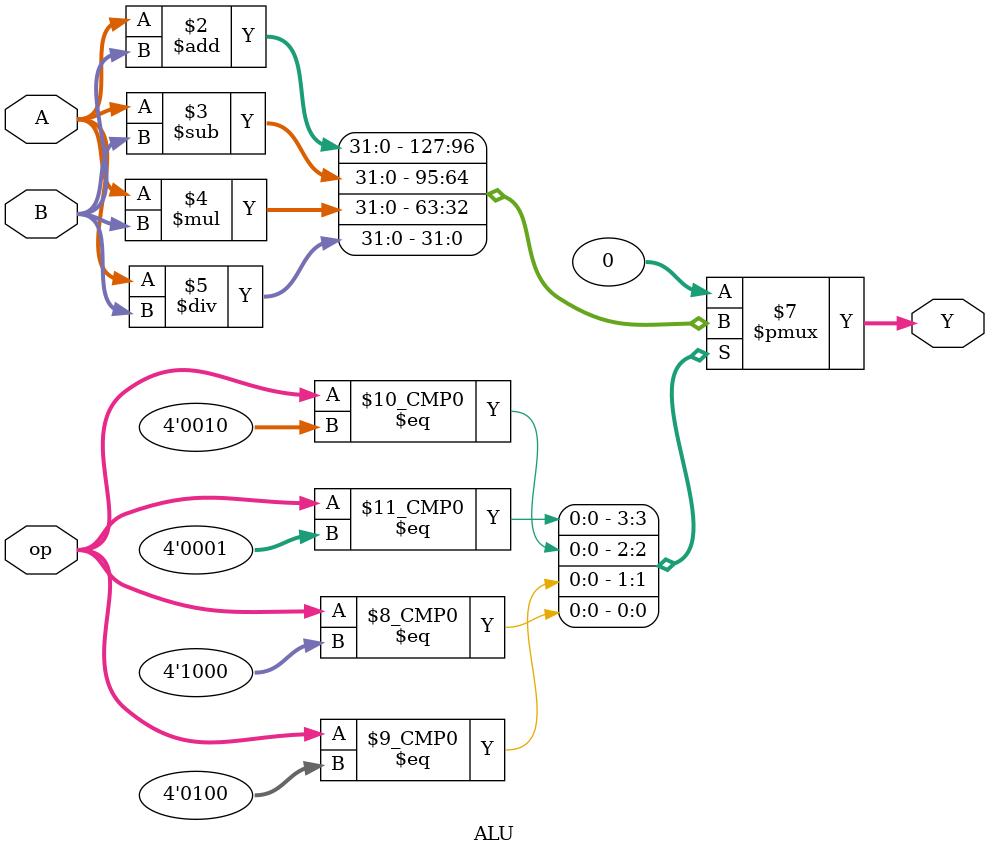
<source format=v>
`timescale 1ns / 1ps


module ALU(
    input [31:0] A, B,
    input [3:0] op,
    output reg [31:0] Y
    );
    
    always @(*)
    begin
        case(op)
            //add overflow flags
            4'b0001: Y = A+B;
            4'b0010: Y = A-B;
            4'b0100: Y = A*B;
            4'b1000: Y = A/B;
            default: Y = 32'b0;
        endcase 
    end
endmodule

</source>
